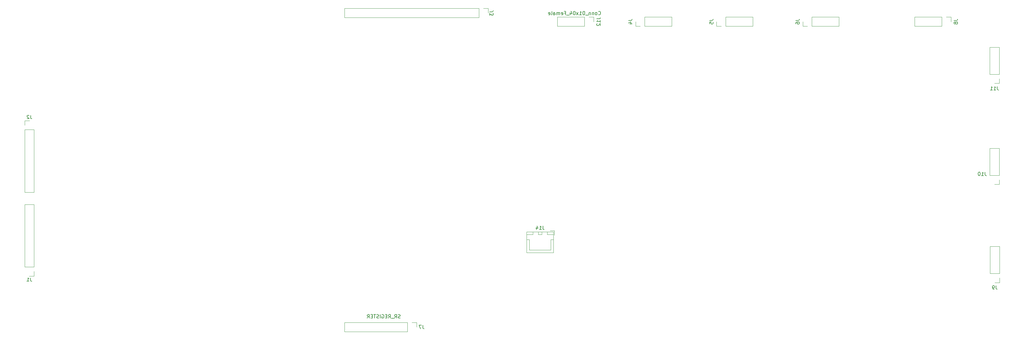
<source format=gbr>
G04 #@! TF.GenerationSoftware,KiCad,Pcbnew,9.0.1*
G04 #@! TF.CreationDate,2025-07-20T11:57:55+10:00*
G04 #@! TF.ProjectId,front panel 9602,66726f6e-7420-4706-916e-656c20393630,rev?*
G04 #@! TF.SameCoordinates,Original*
G04 #@! TF.FileFunction,Legend,Bot*
G04 #@! TF.FilePolarity,Positive*
%FSLAX46Y46*%
G04 Gerber Fmt 4.6, Leading zero omitted, Abs format (unit mm)*
G04 Created by KiCad (PCBNEW 9.0.1) date 2025-07-20 11:57:55*
%MOMM*%
%LPD*%
G01*
G04 APERTURE LIST*
%ADD10C,0.150000*%
%ADD11C,0.120000*%
G04 APERTURE END LIST*
D10*
X52533333Y-123364819D02*
X52533333Y-124079104D01*
X52533333Y-124079104D02*
X52580952Y-124221961D01*
X52580952Y-124221961D02*
X52676190Y-124317200D01*
X52676190Y-124317200D02*
X52819047Y-124364819D01*
X52819047Y-124364819D02*
X52914285Y-124364819D01*
X51533333Y-124364819D02*
X52104761Y-124364819D01*
X51819047Y-124364819D02*
X51819047Y-123364819D01*
X51819047Y-123364819D02*
X51914285Y-123507676D01*
X51914285Y-123507676D02*
X52009523Y-123602914D01*
X52009523Y-123602914D02*
X52104761Y-123650533D01*
X52562133Y-77048819D02*
X52562133Y-77763104D01*
X52562133Y-77763104D02*
X52609752Y-77905961D01*
X52609752Y-77905961D02*
X52704990Y-78001200D01*
X52704990Y-78001200D02*
X52847847Y-78048819D01*
X52847847Y-78048819D02*
X52943085Y-78048819D01*
X52133561Y-77144057D02*
X52085942Y-77096438D01*
X52085942Y-77096438D02*
X51990704Y-77048819D01*
X51990704Y-77048819D02*
X51752609Y-77048819D01*
X51752609Y-77048819D02*
X51657371Y-77096438D01*
X51657371Y-77096438D02*
X51609752Y-77144057D01*
X51609752Y-77144057D02*
X51562133Y-77239295D01*
X51562133Y-77239295D02*
X51562133Y-77334533D01*
X51562133Y-77334533D02*
X51609752Y-77477390D01*
X51609752Y-77477390D02*
X52181180Y-78048819D01*
X52181180Y-78048819D02*
X51562133Y-78048819D01*
X182994819Y-47586666D02*
X183709104Y-47586666D01*
X183709104Y-47586666D02*
X183851961Y-47539047D01*
X183851961Y-47539047D02*
X183947200Y-47443809D01*
X183947200Y-47443809D02*
X183994819Y-47300952D01*
X183994819Y-47300952D02*
X183994819Y-47205714D01*
X182994819Y-47967619D02*
X182994819Y-48586666D01*
X182994819Y-48586666D02*
X183375771Y-48253333D01*
X183375771Y-48253333D02*
X183375771Y-48396190D01*
X183375771Y-48396190D02*
X183423390Y-48491428D01*
X183423390Y-48491428D02*
X183471009Y-48539047D01*
X183471009Y-48539047D02*
X183566247Y-48586666D01*
X183566247Y-48586666D02*
X183804342Y-48586666D01*
X183804342Y-48586666D02*
X183899580Y-48539047D01*
X183899580Y-48539047D02*
X183947200Y-48491428D01*
X183947200Y-48491428D02*
X183994819Y-48396190D01*
X183994819Y-48396190D02*
X183994819Y-48110476D01*
X183994819Y-48110476D02*
X183947200Y-48015238D01*
X183947200Y-48015238D02*
X183899580Y-47967619D01*
X222464819Y-50066666D02*
X223179104Y-50066666D01*
X223179104Y-50066666D02*
X223321961Y-50019047D01*
X223321961Y-50019047D02*
X223417200Y-49923809D01*
X223417200Y-49923809D02*
X223464819Y-49780952D01*
X223464819Y-49780952D02*
X223464819Y-49685714D01*
X222798152Y-50971428D02*
X223464819Y-50971428D01*
X222417200Y-50733333D02*
X223131485Y-50495238D01*
X223131485Y-50495238D02*
X223131485Y-51114285D01*
X245464819Y-50066666D02*
X246179104Y-50066666D01*
X246179104Y-50066666D02*
X246321961Y-50019047D01*
X246321961Y-50019047D02*
X246417200Y-49923809D01*
X246417200Y-49923809D02*
X246464819Y-49780952D01*
X246464819Y-49780952D02*
X246464819Y-49685714D01*
X245464819Y-51019047D02*
X245464819Y-50542857D01*
X245464819Y-50542857D02*
X245941009Y-50495238D01*
X245941009Y-50495238D02*
X245893390Y-50542857D01*
X245893390Y-50542857D02*
X245845771Y-50638095D01*
X245845771Y-50638095D02*
X245845771Y-50876190D01*
X245845771Y-50876190D02*
X245893390Y-50971428D01*
X245893390Y-50971428D02*
X245941009Y-51019047D01*
X245941009Y-51019047D02*
X246036247Y-51066666D01*
X246036247Y-51066666D02*
X246274342Y-51066666D01*
X246274342Y-51066666D02*
X246369580Y-51019047D01*
X246369580Y-51019047D02*
X246417200Y-50971428D01*
X246417200Y-50971428D02*
X246464819Y-50876190D01*
X246464819Y-50876190D02*
X246464819Y-50638095D01*
X246464819Y-50638095D02*
X246417200Y-50542857D01*
X246417200Y-50542857D02*
X246369580Y-50495238D01*
X269964819Y-50066666D02*
X270679104Y-50066666D01*
X270679104Y-50066666D02*
X270821961Y-50019047D01*
X270821961Y-50019047D02*
X270917200Y-49923809D01*
X270917200Y-49923809D02*
X270964819Y-49780952D01*
X270964819Y-49780952D02*
X270964819Y-49685714D01*
X269964819Y-50971428D02*
X269964819Y-50780952D01*
X269964819Y-50780952D02*
X270012438Y-50685714D01*
X270012438Y-50685714D02*
X270060057Y-50638095D01*
X270060057Y-50638095D02*
X270202914Y-50542857D01*
X270202914Y-50542857D02*
X270393390Y-50495238D01*
X270393390Y-50495238D02*
X270774342Y-50495238D01*
X270774342Y-50495238D02*
X270869580Y-50542857D01*
X270869580Y-50542857D02*
X270917200Y-50590476D01*
X270917200Y-50590476D02*
X270964819Y-50685714D01*
X270964819Y-50685714D02*
X270964819Y-50876190D01*
X270964819Y-50876190D02*
X270917200Y-50971428D01*
X270917200Y-50971428D02*
X270869580Y-51019047D01*
X270869580Y-51019047D02*
X270774342Y-51066666D01*
X270774342Y-51066666D02*
X270536247Y-51066666D01*
X270536247Y-51066666D02*
X270441009Y-51019047D01*
X270441009Y-51019047D02*
X270393390Y-50971428D01*
X270393390Y-50971428D02*
X270345771Y-50876190D01*
X270345771Y-50876190D02*
X270345771Y-50685714D01*
X270345771Y-50685714D02*
X270393390Y-50590476D01*
X270393390Y-50590476D02*
X270441009Y-50542857D01*
X270441009Y-50542857D02*
X270536247Y-50495238D01*
X164003333Y-136854819D02*
X164003333Y-137569104D01*
X164003333Y-137569104D02*
X164050952Y-137711961D01*
X164050952Y-137711961D02*
X164146190Y-137807200D01*
X164146190Y-137807200D02*
X164289047Y-137854819D01*
X164289047Y-137854819D02*
X164384285Y-137854819D01*
X163622380Y-136854819D02*
X162955714Y-136854819D01*
X162955714Y-136854819D02*
X163384285Y-137854819D01*
X157566666Y-134807200D02*
X157423809Y-134854819D01*
X157423809Y-134854819D02*
X157185714Y-134854819D01*
X157185714Y-134854819D02*
X157090476Y-134807200D01*
X157090476Y-134807200D02*
X157042857Y-134759580D01*
X157042857Y-134759580D02*
X156995238Y-134664342D01*
X156995238Y-134664342D02*
X156995238Y-134569104D01*
X156995238Y-134569104D02*
X157042857Y-134473866D01*
X157042857Y-134473866D02*
X157090476Y-134426247D01*
X157090476Y-134426247D02*
X157185714Y-134378628D01*
X157185714Y-134378628D02*
X157376190Y-134331009D01*
X157376190Y-134331009D02*
X157471428Y-134283390D01*
X157471428Y-134283390D02*
X157519047Y-134235771D01*
X157519047Y-134235771D02*
X157566666Y-134140533D01*
X157566666Y-134140533D02*
X157566666Y-134045295D01*
X157566666Y-134045295D02*
X157519047Y-133950057D01*
X157519047Y-133950057D02*
X157471428Y-133902438D01*
X157471428Y-133902438D02*
X157376190Y-133854819D01*
X157376190Y-133854819D02*
X157138095Y-133854819D01*
X157138095Y-133854819D02*
X156995238Y-133902438D01*
X155995238Y-134854819D02*
X156328571Y-134378628D01*
X156566666Y-134854819D02*
X156566666Y-133854819D01*
X156566666Y-133854819D02*
X156185714Y-133854819D01*
X156185714Y-133854819D02*
X156090476Y-133902438D01*
X156090476Y-133902438D02*
X156042857Y-133950057D01*
X156042857Y-133950057D02*
X155995238Y-134045295D01*
X155995238Y-134045295D02*
X155995238Y-134188152D01*
X155995238Y-134188152D02*
X156042857Y-134283390D01*
X156042857Y-134283390D02*
X156090476Y-134331009D01*
X156090476Y-134331009D02*
X156185714Y-134378628D01*
X156185714Y-134378628D02*
X156566666Y-134378628D01*
X155804762Y-134950057D02*
X155042857Y-134950057D01*
X154233333Y-134854819D02*
X154566666Y-134378628D01*
X154804761Y-134854819D02*
X154804761Y-133854819D01*
X154804761Y-133854819D02*
X154423809Y-133854819D01*
X154423809Y-133854819D02*
X154328571Y-133902438D01*
X154328571Y-133902438D02*
X154280952Y-133950057D01*
X154280952Y-133950057D02*
X154233333Y-134045295D01*
X154233333Y-134045295D02*
X154233333Y-134188152D01*
X154233333Y-134188152D02*
X154280952Y-134283390D01*
X154280952Y-134283390D02*
X154328571Y-134331009D01*
X154328571Y-134331009D02*
X154423809Y-134378628D01*
X154423809Y-134378628D02*
X154804761Y-134378628D01*
X153804761Y-134331009D02*
X153471428Y-134331009D01*
X153328571Y-134854819D02*
X153804761Y-134854819D01*
X153804761Y-134854819D02*
X153804761Y-133854819D01*
X153804761Y-133854819D02*
X153328571Y-133854819D01*
X152376190Y-133902438D02*
X152471428Y-133854819D01*
X152471428Y-133854819D02*
X152614285Y-133854819D01*
X152614285Y-133854819D02*
X152757142Y-133902438D01*
X152757142Y-133902438D02*
X152852380Y-133997676D01*
X152852380Y-133997676D02*
X152899999Y-134092914D01*
X152899999Y-134092914D02*
X152947618Y-134283390D01*
X152947618Y-134283390D02*
X152947618Y-134426247D01*
X152947618Y-134426247D02*
X152899999Y-134616723D01*
X152899999Y-134616723D02*
X152852380Y-134711961D01*
X152852380Y-134711961D02*
X152757142Y-134807200D01*
X152757142Y-134807200D02*
X152614285Y-134854819D01*
X152614285Y-134854819D02*
X152519047Y-134854819D01*
X152519047Y-134854819D02*
X152376190Y-134807200D01*
X152376190Y-134807200D02*
X152328571Y-134759580D01*
X152328571Y-134759580D02*
X152328571Y-134426247D01*
X152328571Y-134426247D02*
X152519047Y-134426247D01*
X151899999Y-134854819D02*
X151899999Y-133854819D01*
X151471428Y-134807200D02*
X151328571Y-134854819D01*
X151328571Y-134854819D02*
X151090476Y-134854819D01*
X151090476Y-134854819D02*
X150995238Y-134807200D01*
X150995238Y-134807200D02*
X150947619Y-134759580D01*
X150947619Y-134759580D02*
X150900000Y-134664342D01*
X150900000Y-134664342D02*
X150900000Y-134569104D01*
X150900000Y-134569104D02*
X150947619Y-134473866D01*
X150947619Y-134473866D02*
X150995238Y-134426247D01*
X150995238Y-134426247D02*
X151090476Y-134378628D01*
X151090476Y-134378628D02*
X151280952Y-134331009D01*
X151280952Y-134331009D02*
X151376190Y-134283390D01*
X151376190Y-134283390D02*
X151423809Y-134235771D01*
X151423809Y-134235771D02*
X151471428Y-134140533D01*
X151471428Y-134140533D02*
X151471428Y-134045295D01*
X151471428Y-134045295D02*
X151423809Y-133950057D01*
X151423809Y-133950057D02*
X151376190Y-133902438D01*
X151376190Y-133902438D02*
X151280952Y-133854819D01*
X151280952Y-133854819D02*
X151042857Y-133854819D01*
X151042857Y-133854819D02*
X150900000Y-133902438D01*
X150614285Y-133854819D02*
X150042857Y-133854819D01*
X150328571Y-134854819D02*
X150328571Y-133854819D01*
X149709523Y-134331009D02*
X149376190Y-134331009D01*
X149233333Y-134854819D02*
X149709523Y-134854819D01*
X149709523Y-134854819D02*
X149709523Y-133854819D01*
X149709523Y-133854819D02*
X149233333Y-133854819D01*
X148233333Y-134854819D02*
X148566666Y-134378628D01*
X148804761Y-134854819D02*
X148804761Y-133854819D01*
X148804761Y-133854819D02*
X148423809Y-133854819D01*
X148423809Y-133854819D02*
X148328571Y-133902438D01*
X148328571Y-133902438D02*
X148280952Y-133950057D01*
X148280952Y-133950057D02*
X148233333Y-134045295D01*
X148233333Y-134045295D02*
X148233333Y-134188152D01*
X148233333Y-134188152D02*
X148280952Y-134283390D01*
X148280952Y-134283390D02*
X148328571Y-134331009D01*
X148328571Y-134331009D02*
X148423809Y-134378628D01*
X148423809Y-134378628D02*
X148804761Y-134378628D01*
X314924819Y-50066666D02*
X315639104Y-50066666D01*
X315639104Y-50066666D02*
X315781961Y-50019047D01*
X315781961Y-50019047D02*
X315877200Y-49923809D01*
X315877200Y-49923809D02*
X315924819Y-49780952D01*
X315924819Y-49780952D02*
X315924819Y-49685714D01*
X315353390Y-50685714D02*
X315305771Y-50590476D01*
X315305771Y-50590476D02*
X315258152Y-50542857D01*
X315258152Y-50542857D02*
X315162914Y-50495238D01*
X315162914Y-50495238D02*
X315115295Y-50495238D01*
X315115295Y-50495238D02*
X315020057Y-50542857D01*
X315020057Y-50542857D02*
X314972438Y-50590476D01*
X314972438Y-50590476D02*
X314924819Y-50685714D01*
X314924819Y-50685714D02*
X314924819Y-50876190D01*
X314924819Y-50876190D02*
X314972438Y-50971428D01*
X314972438Y-50971428D02*
X315020057Y-51019047D01*
X315020057Y-51019047D02*
X315115295Y-51066666D01*
X315115295Y-51066666D02*
X315162914Y-51066666D01*
X315162914Y-51066666D02*
X315258152Y-51019047D01*
X315258152Y-51019047D02*
X315305771Y-50971428D01*
X315305771Y-50971428D02*
X315353390Y-50876190D01*
X315353390Y-50876190D02*
X315353390Y-50685714D01*
X315353390Y-50685714D02*
X315401009Y-50590476D01*
X315401009Y-50590476D02*
X315448628Y-50542857D01*
X315448628Y-50542857D02*
X315543866Y-50495238D01*
X315543866Y-50495238D02*
X315734342Y-50495238D01*
X315734342Y-50495238D02*
X315829580Y-50542857D01*
X315829580Y-50542857D02*
X315877200Y-50590476D01*
X315877200Y-50590476D02*
X315924819Y-50685714D01*
X315924819Y-50685714D02*
X315924819Y-50876190D01*
X315924819Y-50876190D02*
X315877200Y-50971428D01*
X315877200Y-50971428D02*
X315829580Y-51019047D01*
X315829580Y-51019047D02*
X315734342Y-51066666D01*
X315734342Y-51066666D02*
X315543866Y-51066666D01*
X315543866Y-51066666D02*
X315448628Y-51019047D01*
X315448628Y-51019047D02*
X315401009Y-50971428D01*
X315401009Y-50971428D02*
X315353390Y-50876190D01*
X326833333Y-125624819D02*
X326833333Y-126339104D01*
X326833333Y-126339104D02*
X326880952Y-126481961D01*
X326880952Y-126481961D02*
X326976190Y-126577200D01*
X326976190Y-126577200D02*
X327119047Y-126624819D01*
X327119047Y-126624819D02*
X327214285Y-126624819D01*
X326309523Y-126624819D02*
X326119047Y-126624819D01*
X326119047Y-126624819D02*
X326023809Y-126577200D01*
X326023809Y-126577200D02*
X325976190Y-126529580D01*
X325976190Y-126529580D02*
X325880952Y-126386723D01*
X325880952Y-126386723D02*
X325833333Y-126196247D01*
X325833333Y-126196247D02*
X325833333Y-125815295D01*
X325833333Y-125815295D02*
X325880952Y-125720057D01*
X325880952Y-125720057D02*
X325928571Y-125672438D01*
X325928571Y-125672438D02*
X326023809Y-125624819D01*
X326023809Y-125624819D02*
X326214285Y-125624819D01*
X326214285Y-125624819D02*
X326309523Y-125672438D01*
X326309523Y-125672438D02*
X326357142Y-125720057D01*
X326357142Y-125720057D02*
X326404761Y-125815295D01*
X326404761Y-125815295D02*
X326404761Y-126053390D01*
X326404761Y-126053390D02*
X326357142Y-126148628D01*
X326357142Y-126148628D02*
X326309523Y-126196247D01*
X326309523Y-126196247D02*
X326214285Y-126243866D01*
X326214285Y-126243866D02*
X326023809Y-126243866D01*
X326023809Y-126243866D02*
X325928571Y-126196247D01*
X325928571Y-126196247D02*
X325880952Y-126148628D01*
X325880952Y-126148628D02*
X325833333Y-126053390D01*
X323709523Y-93254819D02*
X323709523Y-93969104D01*
X323709523Y-93969104D02*
X323757142Y-94111961D01*
X323757142Y-94111961D02*
X323852380Y-94207200D01*
X323852380Y-94207200D02*
X323995237Y-94254819D01*
X323995237Y-94254819D02*
X324090475Y-94254819D01*
X322709523Y-94254819D02*
X323280951Y-94254819D01*
X322995237Y-94254819D02*
X322995237Y-93254819D01*
X322995237Y-93254819D02*
X323090475Y-93397676D01*
X323090475Y-93397676D02*
X323185713Y-93492914D01*
X323185713Y-93492914D02*
X323280951Y-93540533D01*
X322090475Y-93254819D02*
X321995237Y-93254819D01*
X321995237Y-93254819D02*
X321899999Y-93302438D01*
X321899999Y-93302438D02*
X321852380Y-93350057D01*
X321852380Y-93350057D02*
X321804761Y-93445295D01*
X321804761Y-93445295D02*
X321757142Y-93635771D01*
X321757142Y-93635771D02*
X321757142Y-93873866D01*
X321757142Y-93873866D02*
X321804761Y-94064342D01*
X321804761Y-94064342D02*
X321852380Y-94159580D01*
X321852380Y-94159580D02*
X321899999Y-94207200D01*
X321899999Y-94207200D02*
X321995237Y-94254819D01*
X321995237Y-94254819D02*
X322090475Y-94254819D01*
X322090475Y-94254819D02*
X322185713Y-94207200D01*
X322185713Y-94207200D02*
X322233332Y-94159580D01*
X322233332Y-94159580D02*
X322280951Y-94064342D01*
X322280951Y-94064342D02*
X322328570Y-93873866D01*
X322328570Y-93873866D02*
X322328570Y-93635771D01*
X322328570Y-93635771D02*
X322280951Y-93445295D01*
X322280951Y-93445295D02*
X322233332Y-93350057D01*
X322233332Y-93350057D02*
X322185713Y-93302438D01*
X322185713Y-93302438D02*
X322090475Y-93254819D01*
X327209523Y-68864819D02*
X327209523Y-69579104D01*
X327209523Y-69579104D02*
X327257142Y-69721961D01*
X327257142Y-69721961D02*
X327352380Y-69817200D01*
X327352380Y-69817200D02*
X327495237Y-69864819D01*
X327495237Y-69864819D02*
X327590475Y-69864819D01*
X326209523Y-69864819D02*
X326780951Y-69864819D01*
X326495237Y-69864819D02*
X326495237Y-68864819D01*
X326495237Y-68864819D02*
X326590475Y-69007676D01*
X326590475Y-69007676D02*
X326685713Y-69102914D01*
X326685713Y-69102914D02*
X326780951Y-69150533D01*
X325257142Y-69864819D02*
X325828570Y-69864819D01*
X325542856Y-69864819D02*
X325542856Y-68864819D01*
X325542856Y-68864819D02*
X325638094Y-69007676D01*
X325638094Y-69007676D02*
X325733332Y-69102914D01*
X325733332Y-69102914D02*
X325828570Y-69150533D01*
X213424819Y-49590476D02*
X214139104Y-49590476D01*
X214139104Y-49590476D02*
X214281961Y-49542857D01*
X214281961Y-49542857D02*
X214377200Y-49447619D01*
X214377200Y-49447619D02*
X214424819Y-49304762D01*
X214424819Y-49304762D02*
X214424819Y-49209524D01*
X214424819Y-50590476D02*
X214424819Y-50019048D01*
X214424819Y-50304762D02*
X213424819Y-50304762D01*
X213424819Y-50304762D02*
X213567676Y-50209524D01*
X213567676Y-50209524D02*
X213662914Y-50114286D01*
X213662914Y-50114286D02*
X213710533Y-50019048D01*
X213520057Y-50971429D02*
X213472438Y-51019048D01*
X213472438Y-51019048D02*
X213424819Y-51114286D01*
X213424819Y-51114286D02*
X213424819Y-51352381D01*
X213424819Y-51352381D02*
X213472438Y-51447619D01*
X213472438Y-51447619D02*
X213520057Y-51495238D01*
X213520057Y-51495238D02*
X213615295Y-51542857D01*
X213615295Y-51542857D02*
X213710533Y-51542857D01*
X213710533Y-51542857D02*
X213853390Y-51495238D01*
X213853390Y-51495238D02*
X214424819Y-50923810D01*
X214424819Y-50923810D02*
X214424819Y-51542857D01*
X213885715Y-48359580D02*
X213933334Y-48407200D01*
X213933334Y-48407200D02*
X214076191Y-48454819D01*
X214076191Y-48454819D02*
X214171429Y-48454819D01*
X214171429Y-48454819D02*
X214314286Y-48407200D01*
X214314286Y-48407200D02*
X214409524Y-48311961D01*
X214409524Y-48311961D02*
X214457143Y-48216723D01*
X214457143Y-48216723D02*
X214504762Y-48026247D01*
X214504762Y-48026247D02*
X214504762Y-47883390D01*
X214504762Y-47883390D02*
X214457143Y-47692914D01*
X214457143Y-47692914D02*
X214409524Y-47597676D01*
X214409524Y-47597676D02*
X214314286Y-47502438D01*
X214314286Y-47502438D02*
X214171429Y-47454819D01*
X214171429Y-47454819D02*
X214076191Y-47454819D01*
X214076191Y-47454819D02*
X213933334Y-47502438D01*
X213933334Y-47502438D02*
X213885715Y-47550057D01*
X213314286Y-48454819D02*
X213409524Y-48407200D01*
X213409524Y-48407200D02*
X213457143Y-48359580D01*
X213457143Y-48359580D02*
X213504762Y-48264342D01*
X213504762Y-48264342D02*
X213504762Y-47978628D01*
X213504762Y-47978628D02*
X213457143Y-47883390D01*
X213457143Y-47883390D02*
X213409524Y-47835771D01*
X213409524Y-47835771D02*
X213314286Y-47788152D01*
X213314286Y-47788152D02*
X213171429Y-47788152D01*
X213171429Y-47788152D02*
X213076191Y-47835771D01*
X213076191Y-47835771D02*
X213028572Y-47883390D01*
X213028572Y-47883390D02*
X212980953Y-47978628D01*
X212980953Y-47978628D02*
X212980953Y-48264342D01*
X212980953Y-48264342D02*
X213028572Y-48359580D01*
X213028572Y-48359580D02*
X213076191Y-48407200D01*
X213076191Y-48407200D02*
X213171429Y-48454819D01*
X213171429Y-48454819D02*
X213314286Y-48454819D01*
X212552381Y-47788152D02*
X212552381Y-48454819D01*
X212552381Y-47883390D02*
X212504762Y-47835771D01*
X212504762Y-47835771D02*
X212409524Y-47788152D01*
X212409524Y-47788152D02*
X212266667Y-47788152D01*
X212266667Y-47788152D02*
X212171429Y-47835771D01*
X212171429Y-47835771D02*
X212123810Y-47931009D01*
X212123810Y-47931009D02*
X212123810Y-48454819D01*
X211647619Y-47788152D02*
X211647619Y-48454819D01*
X211647619Y-47883390D02*
X211600000Y-47835771D01*
X211600000Y-47835771D02*
X211504762Y-47788152D01*
X211504762Y-47788152D02*
X211361905Y-47788152D01*
X211361905Y-47788152D02*
X211266667Y-47835771D01*
X211266667Y-47835771D02*
X211219048Y-47931009D01*
X211219048Y-47931009D02*
X211219048Y-48454819D01*
X210980953Y-48550057D02*
X210219048Y-48550057D01*
X209790476Y-47454819D02*
X209695238Y-47454819D01*
X209695238Y-47454819D02*
X209600000Y-47502438D01*
X209600000Y-47502438D02*
X209552381Y-47550057D01*
X209552381Y-47550057D02*
X209504762Y-47645295D01*
X209504762Y-47645295D02*
X209457143Y-47835771D01*
X209457143Y-47835771D02*
X209457143Y-48073866D01*
X209457143Y-48073866D02*
X209504762Y-48264342D01*
X209504762Y-48264342D02*
X209552381Y-48359580D01*
X209552381Y-48359580D02*
X209600000Y-48407200D01*
X209600000Y-48407200D02*
X209695238Y-48454819D01*
X209695238Y-48454819D02*
X209790476Y-48454819D01*
X209790476Y-48454819D02*
X209885714Y-48407200D01*
X209885714Y-48407200D02*
X209933333Y-48359580D01*
X209933333Y-48359580D02*
X209980952Y-48264342D01*
X209980952Y-48264342D02*
X210028571Y-48073866D01*
X210028571Y-48073866D02*
X210028571Y-47835771D01*
X210028571Y-47835771D02*
X209980952Y-47645295D01*
X209980952Y-47645295D02*
X209933333Y-47550057D01*
X209933333Y-47550057D02*
X209885714Y-47502438D01*
X209885714Y-47502438D02*
X209790476Y-47454819D01*
X208504762Y-48454819D02*
X209076190Y-48454819D01*
X208790476Y-48454819D02*
X208790476Y-47454819D01*
X208790476Y-47454819D02*
X208885714Y-47597676D01*
X208885714Y-47597676D02*
X208980952Y-47692914D01*
X208980952Y-47692914D02*
X209076190Y-47740533D01*
X208171428Y-48454819D02*
X207647619Y-47788152D01*
X208171428Y-47788152D02*
X207647619Y-48454819D01*
X207076190Y-47454819D02*
X206980952Y-47454819D01*
X206980952Y-47454819D02*
X206885714Y-47502438D01*
X206885714Y-47502438D02*
X206838095Y-47550057D01*
X206838095Y-47550057D02*
X206790476Y-47645295D01*
X206790476Y-47645295D02*
X206742857Y-47835771D01*
X206742857Y-47835771D02*
X206742857Y-48073866D01*
X206742857Y-48073866D02*
X206790476Y-48264342D01*
X206790476Y-48264342D02*
X206838095Y-48359580D01*
X206838095Y-48359580D02*
X206885714Y-48407200D01*
X206885714Y-48407200D02*
X206980952Y-48454819D01*
X206980952Y-48454819D02*
X207076190Y-48454819D01*
X207076190Y-48454819D02*
X207171428Y-48407200D01*
X207171428Y-48407200D02*
X207219047Y-48359580D01*
X207219047Y-48359580D02*
X207266666Y-48264342D01*
X207266666Y-48264342D02*
X207314285Y-48073866D01*
X207314285Y-48073866D02*
X207314285Y-47835771D01*
X207314285Y-47835771D02*
X207266666Y-47645295D01*
X207266666Y-47645295D02*
X207219047Y-47550057D01*
X207219047Y-47550057D02*
X207171428Y-47502438D01*
X207171428Y-47502438D02*
X207076190Y-47454819D01*
X205885714Y-47788152D02*
X205885714Y-48454819D01*
X206123809Y-47407200D02*
X206361904Y-48121485D01*
X206361904Y-48121485D02*
X205742857Y-48121485D01*
X205600000Y-48550057D02*
X204838095Y-48550057D01*
X204266666Y-47931009D02*
X204599999Y-47931009D01*
X204599999Y-48454819D02*
X204599999Y-47454819D01*
X204599999Y-47454819D02*
X204123809Y-47454819D01*
X203361904Y-48407200D02*
X203457142Y-48454819D01*
X203457142Y-48454819D02*
X203647618Y-48454819D01*
X203647618Y-48454819D02*
X203742856Y-48407200D01*
X203742856Y-48407200D02*
X203790475Y-48311961D01*
X203790475Y-48311961D02*
X203790475Y-47931009D01*
X203790475Y-47931009D02*
X203742856Y-47835771D01*
X203742856Y-47835771D02*
X203647618Y-47788152D01*
X203647618Y-47788152D02*
X203457142Y-47788152D01*
X203457142Y-47788152D02*
X203361904Y-47835771D01*
X203361904Y-47835771D02*
X203314285Y-47931009D01*
X203314285Y-47931009D02*
X203314285Y-48026247D01*
X203314285Y-48026247D02*
X203790475Y-48121485D01*
X202885713Y-48454819D02*
X202885713Y-47788152D01*
X202885713Y-47883390D02*
X202838094Y-47835771D01*
X202838094Y-47835771D02*
X202742856Y-47788152D01*
X202742856Y-47788152D02*
X202599999Y-47788152D01*
X202599999Y-47788152D02*
X202504761Y-47835771D01*
X202504761Y-47835771D02*
X202457142Y-47931009D01*
X202457142Y-47931009D02*
X202457142Y-48454819D01*
X202457142Y-47931009D02*
X202409523Y-47835771D01*
X202409523Y-47835771D02*
X202314285Y-47788152D01*
X202314285Y-47788152D02*
X202171428Y-47788152D01*
X202171428Y-47788152D02*
X202076189Y-47835771D01*
X202076189Y-47835771D02*
X202028570Y-47931009D01*
X202028570Y-47931009D02*
X202028570Y-48454819D01*
X201123809Y-48454819D02*
X201123809Y-47931009D01*
X201123809Y-47931009D02*
X201171428Y-47835771D01*
X201171428Y-47835771D02*
X201266666Y-47788152D01*
X201266666Y-47788152D02*
X201457142Y-47788152D01*
X201457142Y-47788152D02*
X201552380Y-47835771D01*
X201123809Y-48407200D02*
X201219047Y-48454819D01*
X201219047Y-48454819D02*
X201457142Y-48454819D01*
X201457142Y-48454819D02*
X201552380Y-48407200D01*
X201552380Y-48407200D02*
X201599999Y-48311961D01*
X201599999Y-48311961D02*
X201599999Y-48216723D01*
X201599999Y-48216723D02*
X201552380Y-48121485D01*
X201552380Y-48121485D02*
X201457142Y-48073866D01*
X201457142Y-48073866D02*
X201219047Y-48073866D01*
X201219047Y-48073866D02*
X201123809Y-48026247D01*
X200504761Y-48454819D02*
X200599999Y-48407200D01*
X200599999Y-48407200D02*
X200647618Y-48311961D01*
X200647618Y-48311961D02*
X200647618Y-47454819D01*
X199742856Y-48407200D02*
X199838094Y-48454819D01*
X199838094Y-48454819D02*
X200028570Y-48454819D01*
X200028570Y-48454819D02*
X200123808Y-48407200D01*
X200123808Y-48407200D02*
X200171427Y-48311961D01*
X200171427Y-48311961D02*
X200171427Y-47931009D01*
X200171427Y-47931009D02*
X200123808Y-47835771D01*
X200123808Y-47835771D02*
X200028570Y-47788152D01*
X200028570Y-47788152D02*
X199838094Y-47788152D01*
X199838094Y-47788152D02*
X199742856Y-47835771D01*
X199742856Y-47835771D02*
X199695237Y-47931009D01*
X199695237Y-47931009D02*
X199695237Y-48026247D01*
X199695237Y-48026247D02*
X200171427Y-48121485D01*
X198109523Y-108619819D02*
X198109523Y-109334104D01*
X198109523Y-109334104D02*
X198157142Y-109476961D01*
X198157142Y-109476961D02*
X198252380Y-109572200D01*
X198252380Y-109572200D02*
X198395237Y-109619819D01*
X198395237Y-109619819D02*
X198490475Y-109619819D01*
X197109523Y-109619819D02*
X197680951Y-109619819D01*
X197395237Y-109619819D02*
X197395237Y-108619819D01*
X197395237Y-108619819D02*
X197490475Y-108762676D01*
X197490475Y-108762676D02*
X197585713Y-108857914D01*
X197585713Y-108857914D02*
X197680951Y-108905533D01*
X196252380Y-108953152D02*
X196252380Y-109619819D01*
X196490475Y-108572200D02*
X196728570Y-109286485D01*
X196728570Y-109286485D02*
X196109523Y-109286485D01*
D11*
X50870000Y-102470000D02*
X53530000Y-102470000D01*
X50870000Y-120310000D02*
X50870000Y-102470000D01*
X50870000Y-120310000D02*
X53530000Y-120310000D01*
X52200000Y-122910000D02*
X53530000Y-122910000D01*
X53530000Y-120310000D02*
X53530000Y-102470000D01*
X53530000Y-122910000D02*
X53530000Y-121580000D01*
X50898800Y-78594000D02*
X50898800Y-79924000D01*
X50898800Y-81194000D02*
X50898800Y-99034000D01*
X52228800Y-78594000D02*
X50898800Y-78594000D01*
X53558800Y-81194000D02*
X50898800Y-81194000D01*
X53558800Y-81194000D02*
X53558800Y-99034000D01*
X53558800Y-99034000D02*
X50898800Y-99034000D01*
X141780000Y-49250000D02*
X141780000Y-46590000D01*
X179940000Y-46590000D02*
X141780000Y-46590000D01*
X179940000Y-49250000D02*
X141780000Y-49250000D01*
X179940000Y-49250000D02*
X179940000Y-46590000D01*
X182540000Y-46590000D02*
X181210000Y-46590000D01*
X182540000Y-47920000D02*
X182540000Y-46590000D01*
X224450000Y-50400000D02*
X224450000Y-51730000D01*
X224450000Y-51730000D02*
X225780000Y-51730000D01*
X227050000Y-49070000D02*
X227050000Y-51730000D01*
X227050000Y-49070000D02*
X234730000Y-49070000D01*
X227050000Y-51730000D02*
X234730000Y-51730000D01*
X234730000Y-49070000D02*
X234730000Y-51730000D01*
X247450000Y-50400000D02*
X247450000Y-51730000D01*
X247450000Y-51730000D02*
X248780000Y-51730000D01*
X250050000Y-49070000D02*
X250050000Y-51730000D01*
X250050000Y-49070000D02*
X257730000Y-49070000D01*
X250050000Y-51730000D02*
X257730000Y-51730000D01*
X257730000Y-49070000D02*
X257730000Y-51730000D01*
X271950000Y-50400000D02*
X271950000Y-51730000D01*
X271950000Y-51730000D02*
X273280000Y-51730000D01*
X274550000Y-49070000D02*
X274550000Y-51730000D01*
X274550000Y-49070000D02*
X282230000Y-49070000D01*
X274550000Y-51730000D02*
X282230000Y-51730000D01*
X282230000Y-49070000D02*
X282230000Y-51730000D01*
X141790000Y-138730000D02*
X141790000Y-136070000D01*
X159630000Y-136070000D02*
X141790000Y-136070000D01*
X159630000Y-138730000D02*
X141790000Y-138730000D01*
X159630000Y-138730000D02*
X159630000Y-136070000D01*
X162230000Y-136070000D02*
X160900000Y-136070000D01*
X162230000Y-137400000D02*
X162230000Y-136070000D01*
X303750000Y-51730000D02*
X303750000Y-49070000D01*
X311430000Y-49070000D02*
X303750000Y-49070000D01*
X311430000Y-51730000D02*
X303750000Y-51730000D01*
X311430000Y-51730000D02*
X311430000Y-49070000D01*
X314030000Y-49070000D02*
X312700000Y-49070000D01*
X314030000Y-50400000D02*
X314030000Y-49070000D01*
X325170000Y-114450000D02*
X327830000Y-114450000D01*
X325170000Y-122130000D02*
X325170000Y-114450000D01*
X325170000Y-122130000D02*
X327830000Y-122130000D01*
X326500000Y-124730000D02*
X327830000Y-124730000D01*
X327830000Y-122130000D02*
X327830000Y-114450000D01*
X327830000Y-124730000D02*
X327830000Y-123400000D01*
X325070000Y-86490000D02*
X327730000Y-86490000D01*
X325070000Y-94170000D02*
X325070000Y-86490000D01*
X325070000Y-94170000D02*
X327730000Y-94170000D01*
X326400000Y-96770000D02*
X327730000Y-96770000D01*
X327730000Y-94170000D02*
X327730000Y-86490000D01*
X327730000Y-96770000D02*
X327730000Y-95440000D01*
X325070000Y-57690000D02*
X327730000Y-57690000D01*
X325070000Y-65370000D02*
X325070000Y-57690000D01*
X325070000Y-65370000D02*
X327730000Y-65370000D01*
X326400000Y-67970000D02*
X327730000Y-67970000D01*
X327730000Y-65370000D02*
X327730000Y-57690000D01*
X327730000Y-67970000D02*
X327730000Y-66640000D01*
X202250000Y-51730000D02*
X202250000Y-49070000D01*
X209930000Y-49070000D02*
X202250000Y-49070000D01*
X209930000Y-51730000D02*
X202250000Y-51730000D01*
X209930000Y-51730000D02*
X209930000Y-49070000D01*
X212530000Y-49070000D02*
X211200000Y-49070000D01*
X212530000Y-50400000D02*
X212530000Y-49070000D01*
X193490000Y-110255000D02*
X201110000Y-110255000D01*
X193490000Y-116225000D02*
X193490000Y-110255000D01*
X193500000Y-110265000D02*
X195300000Y-110265000D01*
X193500000Y-111015000D02*
X193500000Y-110265000D01*
X193500000Y-112515000D02*
X194250000Y-112515000D01*
X194250000Y-112515000D02*
X194250000Y-115465000D01*
X194250000Y-115465000D02*
X197300000Y-115465000D01*
X195300000Y-110265000D02*
X195300000Y-111015000D01*
X195300000Y-111015000D02*
X193500000Y-111015000D01*
X196800000Y-110265000D02*
X197800000Y-110265000D01*
X196800000Y-111015000D02*
X196800000Y-110265000D01*
X197800000Y-110265000D02*
X197800000Y-111015000D01*
X197800000Y-111015000D02*
X196800000Y-111015000D01*
X199300000Y-110265000D02*
X201100000Y-110265000D01*
X199300000Y-111015000D02*
X199300000Y-110265000D01*
X200150000Y-109965000D02*
X201400000Y-109965000D01*
X200350000Y-112515000D02*
X200350000Y-115465000D01*
X200350000Y-115465000D02*
X197300000Y-115465000D01*
X201100000Y-110265000D02*
X201100000Y-111015000D01*
X201100000Y-111015000D02*
X199300000Y-111015000D01*
X201100000Y-112515000D02*
X200350000Y-112515000D01*
X201110000Y-110255000D02*
X201110000Y-116225000D01*
X201110000Y-116225000D02*
X193490000Y-116225000D01*
X201400000Y-109965000D02*
X201400000Y-111215000D01*
M02*

</source>
